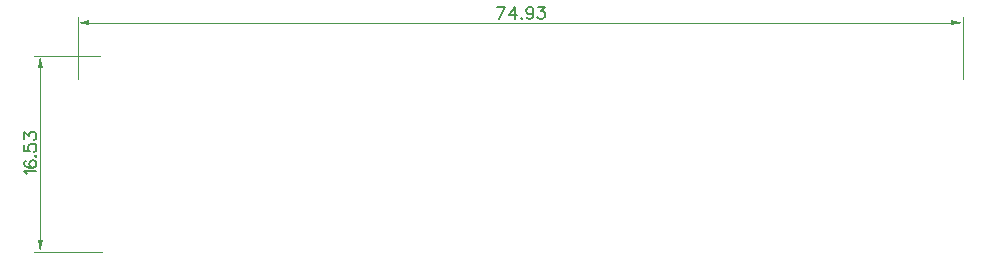
<source format=gbr>
G04 DipTrace 2.4.0.2*
%INTopDimension.gbr*%
%MOIN*%
%ADD13C,0.0014*%
%ADD96C,0.0062*%
%FSLAX44Y44*%
G04*
G70*
G90*
G75*
G01*
%LNTopDimension*%
%LPD*%
X3943Y9693D2*
D13*
Y11765D1*
X33443Y9693D2*
Y11765D1*
X18693Y11568D2*
X4337D1*
G36*
X3943D2*
X4337Y11647D1*
Y11489D1*
X3943Y11568D1*
G37*
X18693D2*
D13*
X33049D1*
G36*
X33443D2*
X33049Y11489D1*
Y11647D1*
X33443Y11568D1*
G37*
X4693Y10443D2*
D13*
X2496D1*
X4755Y3934D2*
X2496D1*
X2693Y7188D2*
Y10049D1*
G36*
Y10443D2*
X2772Y10049D1*
X2614D1*
X2693Y10443D1*
G37*
Y7188D2*
D13*
Y4328D1*
G36*
Y3934D2*
X2614Y4328D1*
X2772D1*
X2693Y3934D1*
G37*
X17998Y11690D2*
D96*
X18190Y12092D1*
X17922D1*
X18505Y11690D2*
Y12092D1*
X18313Y11824D1*
X18600D1*
X18743Y11729D2*
X18724Y11709D1*
X18743Y11690D1*
X18762Y11709D1*
X18743Y11729D1*
X19135Y11958D2*
X19115Y11901D1*
X19077Y11862D1*
X19020Y11843D1*
X19001D1*
X18943Y11862D1*
X18905Y11901D1*
X18886Y11958D1*
Y11977D1*
X18905Y12035D1*
X18943Y12073D1*
X19001Y12092D1*
X19020D1*
X19077Y12073D1*
X19115Y12035D1*
X19135Y11958D1*
Y11862D1*
X19115Y11767D1*
X19077Y11709D1*
X19020Y11690D1*
X18982D1*
X18924Y11709D1*
X18905Y11748D1*
X19297Y12092D2*
X19507D1*
X19392Y11939D1*
X19450D1*
X19488Y11920D1*
X19507Y11901D1*
X19526Y11843D1*
Y11805D1*
X19507Y11748D1*
X19469Y11709D1*
X19411Y11690D1*
X19354D1*
X19297Y11709D1*
X19278Y11729D1*
X19258Y11767D1*
X2246Y6513D2*
X2226Y6551D1*
X2169Y6609D1*
X2571D1*
X2226Y6962D2*
X2188Y6943D1*
X2169Y6885D1*
Y6847D1*
X2188Y6790D1*
X2246Y6751D1*
X2341Y6732D1*
X2437D1*
X2513Y6751D1*
X2552Y6790D1*
X2571Y6847D1*
Y6866D1*
X2552Y6923D1*
X2513Y6962D1*
X2456Y6981D1*
X2437D1*
X2379Y6962D1*
X2341Y6923D1*
X2322Y6866D1*
Y6847D1*
X2341Y6790D1*
X2379Y6751D1*
X2437Y6732D1*
X2532Y7123D2*
X2552Y7104D1*
X2571Y7123D1*
X2552Y7143D1*
X2532Y7123D1*
X2169Y7496D2*
Y7305D1*
X2341Y7286D1*
X2322Y7305D1*
X2303Y7362D1*
Y7419D1*
X2322Y7477D1*
X2360Y7515D1*
X2418Y7534D1*
X2456D1*
X2513Y7515D1*
X2552Y7477D1*
X2571Y7419D1*
Y7362D1*
X2552Y7305D1*
X2532Y7286D1*
X2494Y7266D1*
X2169Y7696D2*
Y7906D1*
X2322Y7792D1*
Y7849D1*
X2341Y7887D1*
X2360Y7906D1*
X2418Y7926D1*
X2456D1*
X2513Y7906D1*
X2552Y7868D1*
X2571Y7811D1*
Y7753D1*
X2552Y7696D1*
X2532Y7677D1*
X2494Y7658D1*
M02*

</source>
